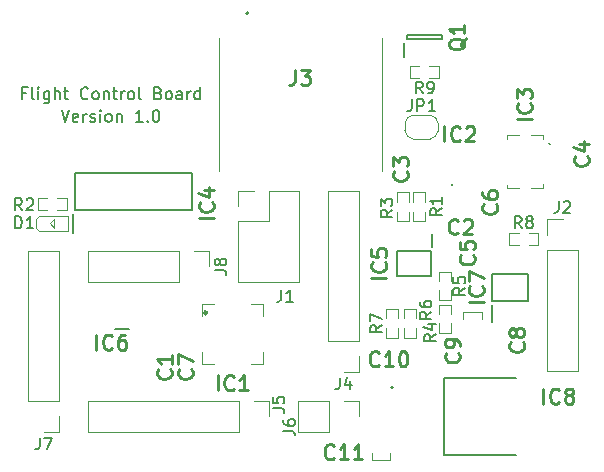
<source format=gbr>
%TF.GenerationSoftware,KiCad,Pcbnew,(5.1.12)-1*%
%TF.CreationDate,2022-08-18T02:06:39-04:00*%
%TF.ProjectId,MiniMicro,4d696e69-4d69-4637-926f-2e6b69636164,rev?*%
%TF.SameCoordinates,Original*%
%TF.FileFunction,Legend,Top*%
%TF.FilePolarity,Positive*%
%FSLAX46Y46*%
G04 Gerber Fmt 4.6, Leading zero omitted, Abs format (unit mm)*
G04 Created by KiCad (PCBNEW (5.1.12)-1) date 2022-08-18 02:06:39*
%MOMM*%
%LPD*%
G01*
G04 APERTURE LIST*
%ADD10C,0.150000*%
%ADD11C,0.100000*%
%ADD12C,0.200000*%
%ADD13C,0.120000*%
%ADD14C,0.250000*%
%ADD15C,0.254000*%
G04 APERTURE END LIST*
D10*
X202184523Y-90892380D02*
X202517857Y-91892380D01*
X202851190Y-90892380D01*
X203565476Y-91844761D02*
X203470238Y-91892380D01*
X203279761Y-91892380D01*
X203184523Y-91844761D01*
X203136904Y-91749523D01*
X203136904Y-91368571D01*
X203184523Y-91273333D01*
X203279761Y-91225714D01*
X203470238Y-91225714D01*
X203565476Y-91273333D01*
X203613095Y-91368571D01*
X203613095Y-91463809D01*
X203136904Y-91559047D01*
X204041666Y-91892380D02*
X204041666Y-91225714D01*
X204041666Y-91416190D02*
X204089285Y-91320952D01*
X204136904Y-91273333D01*
X204232142Y-91225714D01*
X204327380Y-91225714D01*
X204613095Y-91844761D02*
X204708333Y-91892380D01*
X204898809Y-91892380D01*
X204994047Y-91844761D01*
X205041666Y-91749523D01*
X205041666Y-91701904D01*
X204994047Y-91606666D01*
X204898809Y-91559047D01*
X204755952Y-91559047D01*
X204660714Y-91511428D01*
X204613095Y-91416190D01*
X204613095Y-91368571D01*
X204660714Y-91273333D01*
X204755952Y-91225714D01*
X204898809Y-91225714D01*
X204994047Y-91273333D01*
X205470238Y-91892380D02*
X205470238Y-91225714D01*
X205470238Y-90892380D02*
X205422619Y-90940000D01*
X205470238Y-90987619D01*
X205517857Y-90940000D01*
X205470238Y-90892380D01*
X205470238Y-90987619D01*
X206089285Y-91892380D02*
X205994047Y-91844761D01*
X205946428Y-91797142D01*
X205898809Y-91701904D01*
X205898809Y-91416190D01*
X205946428Y-91320952D01*
X205994047Y-91273333D01*
X206089285Y-91225714D01*
X206232142Y-91225714D01*
X206327380Y-91273333D01*
X206375000Y-91320952D01*
X206422619Y-91416190D01*
X206422619Y-91701904D01*
X206375000Y-91797142D01*
X206327380Y-91844761D01*
X206232142Y-91892380D01*
X206089285Y-91892380D01*
X206851190Y-91225714D02*
X206851190Y-91892380D01*
X206851190Y-91320952D02*
X206898809Y-91273333D01*
X206994047Y-91225714D01*
X207136904Y-91225714D01*
X207232142Y-91273333D01*
X207279761Y-91368571D01*
X207279761Y-91892380D01*
X209041666Y-91892380D02*
X208470238Y-91892380D01*
X208755952Y-91892380D02*
X208755952Y-90892380D01*
X208660714Y-91035238D01*
X208565476Y-91130476D01*
X208470238Y-91178095D01*
X209470238Y-91797142D02*
X209517857Y-91844761D01*
X209470238Y-91892380D01*
X209422619Y-91844761D01*
X209470238Y-91797142D01*
X209470238Y-91892380D01*
X210136904Y-90892380D02*
X210232142Y-90892380D01*
X210327380Y-90940000D01*
X210375000Y-90987619D01*
X210422619Y-91082857D01*
X210470238Y-91273333D01*
X210470238Y-91511428D01*
X210422619Y-91701904D01*
X210375000Y-91797142D01*
X210327380Y-91844761D01*
X210232142Y-91892380D01*
X210136904Y-91892380D01*
X210041666Y-91844761D01*
X209994047Y-91797142D01*
X209946428Y-91701904D01*
X209898809Y-91511428D01*
X209898809Y-91273333D01*
X209946428Y-91082857D01*
X209994047Y-90987619D01*
X210041666Y-90940000D01*
X210136904Y-90892380D01*
X199184523Y-89463571D02*
X198851190Y-89463571D01*
X198851190Y-89987380D02*
X198851190Y-88987380D01*
X199327380Y-88987380D01*
X199851190Y-89987380D02*
X199755952Y-89939761D01*
X199708333Y-89844523D01*
X199708333Y-88987380D01*
X200232142Y-89987380D02*
X200232142Y-89320714D01*
X200232142Y-88987380D02*
X200184523Y-89035000D01*
X200232142Y-89082619D01*
X200279761Y-89035000D01*
X200232142Y-88987380D01*
X200232142Y-89082619D01*
X201136904Y-89320714D02*
X201136904Y-90130238D01*
X201089285Y-90225476D01*
X201041666Y-90273095D01*
X200946428Y-90320714D01*
X200803571Y-90320714D01*
X200708333Y-90273095D01*
X201136904Y-89939761D02*
X201041666Y-89987380D01*
X200851190Y-89987380D01*
X200755952Y-89939761D01*
X200708333Y-89892142D01*
X200660714Y-89796904D01*
X200660714Y-89511190D01*
X200708333Y-89415952D01*
X200755952Y-89368333D01*
X200851190Y-89320714D01*
X201041666Y-89320714D01*
X201136904Y-89368333D01*
X201613095Y-89987380D02*
X201613095Y-88987380D01*
X202041666Y-89987380D02*
X202041666Y-89463571D01*
X201994047Y-89368333D01*
X201898809Y-89320714D01*
X201755952Y-89320714D01*
X201660714Y-89368333D01*
X201613095Y-89415952D01*
X202375000Y-89320714D02*
X202755952Y-89320714D01*
X202517857Y-88987380D02*
X202517857Y-89844523D01*
X202565476Y-89939761D01*
X202660714Y-89987380D01*
X202755952Y-89987380D01*
X204422619Y-89892142D02*
X204375000Y-89939761D01*
X204232142Y-89987380D01*
X204136904Y-89987380D01*
X203994047Y-89939761D01*
X203898809Y-89844523D01*
X203851190Y-89749285D01*
X203803571Y-89558809D01*
X203803571Y-89415952D01*
X203851190Y-89225476D01*
X203898809Y-89130238D01*
X203994047Y-89035000D01*
X204136904Y-88987380D01*
X204232142Y-88987380D01*
X204375000Y-89035000D01*
X204422619Y-89082619D01*
X204994047Y-89987380D02*
X204898809Y-89939761D01*
X204851190Y-89892142D01*
X204803571Y-89796904D01*
X204803571Y-89511190D01*
X204851190Y-89415952D01*
X204898809Y-89368333D01*
X204994047Y-89320714D01*
X205136904Y-89320714D01*
X205232142Y-89368333D01*
X205279761Y-89415952D01*
X205327380Y-89511190D01*
X205327380Y-89796904D01*
X205279761Y-89892142D01*
X205232142Y-89939761D01*
X205136904Y-89987380D01*
X204994047Y-89987380D01*
X205755952Y-89320714D02*
X205755952Y-89987380D01*
X205755952Y-89415952D02*
X205803571Y-89368333D01*
X205898809Y-89320714D01*
X206041666Y-89320714D01*
X206136904Y-89368333D01*
X206184523Y-89463571D01*
X206184523Y-89987380D01*
X206517857Y-89320714D02*
X206898809Y-89320714D01*
X206660714Y-88987380D02*
X206660714Y-89844523D01*
X206708333Y-89939761D01*
X206803571Y-89987380D01*
X206898809Y-89987380D01*
X207232142Y-89987380D02*
X207232142Y-89320714D01*
X207232142Y-89511190D02*
X207279761Y-89415952D01*
X207327380Y-89368333D01*
X207422619Y-89320714D01*
X207517857Y-89320714D01*
X207994047Y-89987380D02*
X207898809Y-89939761D01*
X207851190Y-89892142D01*
X207803571Y-89796904D01*
X207803571Y-89511190D01*
X207851190Y-89415952D01*
X207898809Y-89368333D01*
X207994047Y-89320714D01*
X208136904Y-89320714D01*
X208232142Y-89368333D01*
X208279761Y-89415952D01*
X208327380Y-89511190D01*
X208327380Y-89796904D01*
X208279761Y-89892142D01*
X208232142Y-89939761D01*
X208136904Y-89987380D01*
X207994047Y-89987380D01*
X208898809Y-89987380D02*
X208803571Y-89939761D01*
X208755952Y-89844523D01*
X208755952Y-88987380D01*
X210375000Y-89463571D02*
X210517857Y-89511190D01*
X210565476Y-89558809D01*
X210613095Y-89654047D01*
X210613095Y-89796904D01*
X210565476Y-89892142D01*
X210517857Y-89939761D01*
X210422619Y-89987380D01*
X210041666Y-89987380D01*
X210041666Y-88987380D01*
X210375000Y-88987380D01*
X210470238Y-89035000D01*
X210517857Y-89082619D01*
X210565476Y-89177857D01*
X210565476Y-89273095D01*
X210517857Y-89368333D01*
X210470238Y-89415952D01*
X210375000Y-89463571D01*
X210041666Y-89463571D01*
X211184523Y-89987380D02*
X211089285Y-89939761D01*
X211041666Y-89892142D01*
X210994047Y-89796904D01*
X210994047Y-89511190D01*
X211041666Y-89415952D01*
X211089285Y-89368333D01*
X211184523Y-89320714D01*
X211327380Y-89320714D01*
X211422619Y-89368333D01*
X211470238Y-89415952D01*
X211517857Y-89511190D01*
X211517857Y-89796904D01*
X211470238Y-89892142D01*
X211422619Y-89939761D01*
X211327380Y-89987380D01*
X211184523Y-89987380D01*
X212375000Y-89987380D02*
X212375000Y-89463571D01*
X212327380Y-89368333D01*
X212232142Y-89320714D01*
X212041666Y-89320714D01*
X211946428Y-89368333D01*
X212375000Y-89939761D02*
X212279761Y-89987380D01*
X212041666Y-89987380D01*
X211946428Y-89939761D01*
X211898809Y-89844523D01*
X211898809Y-89749285D01*
X211946428Y-89654047D01*
X212041666Y-89606428D01*
X212279761Y-89606428D01*
X212375000Y-89558809D01*
X212851190Y-89987380D02*
X212851190Y-89320714D01*
X212851190Y-89511190D02*
X212898809Y-89415952D01*
X212946428Y-89368333D01*
X213041666Y-89320714D01*
X213136904Y-89320714D01*
X213898809Y-89987380D02*
X213898809Y-88987380D01*
X213898809Y-89939761D02*
X213803571Y-89987380D01*
X213613095Y-89987380D01*
X213517857Y-89939761D01*
X213470238Y-89892142D01*
X213422619Y-89796904D01*
X213422619Y-89511190D01*
X213470238Y-89415952D01*
X213517857Y-89368333D01*
X213613095Y-89320714D01*
X213803571Y-89320714D01*
X213898809Y-89368333D01*
D11*
%TO.C,J3*%
X229277000Y-96077000D02*
X229277000Y-84803000D01*
X215477000Y-96077000D02*
X215477000Y-84777000D01*
D12*
X217902000Y-82802000D02*
X217902000Y-82802000D01*
X217902000Y-82602000D02*
X217902000Y-82602000D01*
X217902000Y-82802000D02*
G75*
G02*
X217902000Y-82602000I0J100000D01*
G01*
X217902000Y-82602000D02*
G75*
G02*
X217902000Y-82802000I0J-100000D01*
G01*
D13*
%TO.C,J7*%
X201990000Y-118170000D02*
X200660000Y-118170000D01*
X201990000Y-116840000D02*
X201990000Y-118170000D01*
X201990000Y-115570000D02*
X199330000Y-115570000D01*
X199330000Y-115570000D02*
X199330000Y-102810000D01*
X201990000Y-115570000D02*
X201990000Y-102810000D01*
X201990000Y-102810000D02*
X199330000Y-102810000D01*
D12*
%TO.C,IC6*%
X207925000Y-109431000D02*
X206725000Y-109431000D01*
%TO.C,IC4*%
X203330000Y-99390000D02*
X203330000Y-96190000D01*
X203330000Y-96190000D02*
X213230000Y-96190000D01*
X213230000Y-96190000D02*
X213230000Y-99390000D01*
X213230000Y-99390000D02*
X203330000Y-99390000D01*
X203160000Y-101265000D02*
X203160000Y-99740000D01*
D13*
%TO.C,J8*%
X214690000Y-102810000D02*
X214690000Y-104140000D01*
X213360000Y-102810000D02*
X214690000Y-102810000D01*
X212090000Y-102810000D02*
X212090000Y-105470000D01*
X212090000Y-105470000D02*
X204410000Y-105470000D01*
X212090000Y-102810000D02*
X204410000Y-102810000D01*
X204410000Y-102810000D02*
X204410000Y-105470000D01*
%TO.C,J6*%
X222190000Y-115510000D02*
X222190000Y-118170000D01*
X224790000Y-115510000D02*
X222190000Y-115510000D01*
X224790000Y-118170000D02*
X222190000Y-118170000D01*
X224790000Y-115510000D02*
X224790000Y-118170000D01*
X226060000Y-115510000D02*
X227390000Y-115510000D01*
X227390000Y-115510000D02*
X227390000Y-116840000D01*
%TO.C,R7*%
X229679500Y-108511500D02*
X229679500Y-107749500D01*
X229679500Y-107749500D02*
X230695500Y-107749500D01*
X230695500Y-107749500D02*
X230695500Y-108511500D01*
X230695500Y-109332000D02*
X230695500Y-110157500D01*
X230695500Y-110157500D02*
X229679500Y-110157500D01*
X229679500Y-110157500D02*
X229679500Y-109332000D01*
%TO.C,R9*%
X232463500Y-88201500D02*
X231701500Y-88201500D01*
X231701500Y-88201500D02*
X231701500Y-87185500D01*
X231701500Y-87185500D02*
X232463500Y-87185500D01*
X233284000Y-87185500D02*
X234109500Y-87185500D01*
X234109500Y-87185500D02*
X234109500Y-88201500D01*
X234109500Y-88201500D02*
X233284000Y-88201500D01*
%TO.C,R8*%
X241754500Y-101282500D02*
X242516500Y-101282500D01*
X242516500Y-101282500D02*
X242516500Y-102298500D01*
X242516500Y-102298500D02*
X241754500Y-102298500D01*
X240934000Y-102298500D02*
X240108500Y-102298500D01*
X240108500Y-102298500D02*
X240108500Y-101282500D01*
X240108500Y-101282500D02*
X240934000Y-101282500D01*
%TO.C,R6*%
X231203500Y-108511500D02*
X231203500Y-107749500D01*
X231203500Y-107749500D02*
X232219500Y-107749500D01*
X232219500Y-107749500D02*
X232219500Y-108511500D01*
X232219500Y-109332000D02*
X232219500Y-110157500D01*
X232219500Y-110157500D02*
X231203500Y-110157500D01*
X231203500Y-110157500D02*
X231203500Y-109332000D01*
%TO.C,R5*%
X234124500Y-105336500D02*
X234124500Y-104574500D01*
X234124500Y-104574500D02*
X235140500Y-104574500D01*
X235140500Y-104574500D02*
X235140500Y-105336500D01*
X235140500Y-106157000D02*
X235140500Y-106982500D01*
X235140500Y-106982500D02*
X234124500Y-106982500D01*
X234124500Y-106982500D02*
X234124500Y-106157000D01*
%TO.C,R4*%
X234124500Y-108130500D02*
X234124500Y-107368500D01*
X234124500Y-107368500D02*
X235140500Y-107368500D01*
X235140500Y-107368500D02*
X235140500Y-108130500D01*
X235140500Y-108951000D02*
X235140500Y-109776500D01*
X235140500Y-109776500D02*
X234124500Y-109776500D01*
X234124500Y-109776500D02*
X234124500Y-108951000D01*
%TO.C,R3*%
X231584500Y-99514500D02*
X231584500Y-100276500D01*
X231584500Y-100276500D02*
X230568500Y-100276500D01*
X230568500Y-100276500D02*
X230568500Y-99514500D01*
X230568500Y-98694000D02*
X230568500Y-97868500D01*
X230568500Y-97868500D02*
X231584500Y-97868500D01*
X231584500Y-97868500D02*
X231584500Y-98694000D01*
%TO.C,R2*%
X200967500Y-99377500D02*
X200205500Y-99377500D01*
X200205500Y-99377500D02*
X200205500Y-98361500D01*
X200205500Y-98361500D02*
X200967500Y-98361500D01*
X201788000Y-98361500D02*
X202613500Y-98361500D01*
X202613500Y-98361500D02*
X202613500Y-99377500D01*
X202613500Y-99377500D02*
X201788000Y-99377500D01*
%TO.C,R1*%
X232981500Y-99514500D02*
X232981500Y-100276500D01*
X232981500Y-100276500D02*
X231965500Y-100276500D01*
X231965500Y-100276500D02*
X231965500Y-99514500D01*
X231965500Y-98694000D02*
X231965500Y-97868500D01*
X231965500Y-97868500D02*
X232981500Y-97868500D01*
X232981500Y-97868500D02*
X232981500Y-98694000D01*
D12*
%TO.C,Q1*%
X231458000Y-84859000D02*
X231458000Y-84559000D01*
X231458000Y-84559000D02*
X234378000Y-84559000D01*
X234378000Y-84559000D02*
X234378000Y-84859000D01*
X234378000Y-84859000D02*
X231458000Y-84859000D01*
X231218000Y-86409000D02*
X231218000Y-85209000D01*
D13*
%TO.C,JP1*%
X233364000Y-93329000D02*
X231964000Y-93329000D01*
X231264000Y-92629000D02*
X231264000Y-92029000D01*
X231964000Y-91329000D02*
X233364000Y-91329000D01*
X234064000Y-92029000D02*
X234064000Y-92629000D01*
X234064000Y-92629000D02*
G75*
G02*
X233364000Y-93329000I-700000J0D01*
G01*
X233364000Y-91329000D02*
G75*
G02*
X234064000Y-92029000I0J-700000D01*
G01*
X231264000Y-92029000D02*
G75*
G02*
X231964000Y-91329000I700000J0D01*
G01*
X231964000Y-93329000D02*
G75*
G02*
X231264000Y-92629000I0J700000D01*
G01*
%TO.C,J5*%
X219770000Y-115510000D02*
X219770000Y-116840000D01*
X218440000Y-115510000D02*
X219770000Y-115510000D01*
X217170000Y-115510000D02*
X217170000Y-118170000D01*
X217170000Y-118170000D02*
X204410000Y-118170000D01*
X217170000Y-115510000D02*
X204410000Y-115510000D01*
X204410000Y-115510000D02*
X204410000Y-118170000D01*
%TO.C,J4*%
X227390000Y-113090000D02*
X226060000Y-113090000D01*
X227390000Y-111760000D02*
X227390000Y-113090000D01*
X227390000Y-110490000D02*
X224730000Y-110490000D01*
X224730000Y-110490000D02*
X224730000Y-97730000D01*
X227390000Y-110490000D02*
X227390000Y-97730000D01*
X227390000Y-97730000D02*
X224730000Y-97730000D01*
%TO.C,J2*%
X243272000Y-100143000D02*
X244602000Y-100143000D01*
X243272000Y-101473000D02*
X243272000Y-100143000D01*
X243272000Y-102743000D02*
X245932000Y-102743000D01*
X245932000Y-102743000D02*
X245932000Y-112963000D01*
X243272000Y-102743000D02*
X243272000Y-112963000D01*
X243272000Y-112963000D02*
X245932000Y-112963000D01*
%TO.C,J1*%
X217110000Y-97730000D02*
X218440000Y-97730000D01*
X217110000Y-99060000D02*
X217110000Y-97730000D01*
X219710000Y-97730000D02*
X222310000Y-97730000D01*
X219710000Y-100330000D02*
X219710000Y-97730000D01*
X217110000Y-100330000D02*
X219710000Y-100330000D01*
X222310000Y-97730000D02*
X222310000Y-105470000D01*
X217110000Y-100330000D02*
X217110000Y-105470000D01*
X217110000Y-105470000D02*
X222310000Y-105470000D01*
D12*
%TO.C,IC8*%
X240665000Y-113590000D02*
X234565000Y-113590000D01*
X234565000Y-113590000D02*
X234565000Y-120090000D01*
X234565000Y-120090000D02*
X240665000Y-120090000D01*
X230268000Y-114396000D02*
G75*
G03*
X230268000Y-114396000I-104000J0D01*
G01*
%TO.C,IC7*%
X238657000Y-107068000D02*
X238657000Y-104768000D01*
X238657000Y-104768000D02*
X241657000Y-104768000D01*
X241657000Y-104768000D02*
X241657000Y-107068000D01*
X241657000Y-107068000D02*
X238657000Y-107068000D01*
X238657000Y-108818000D02*
X238657000Y-107418000D01*
%TO.C,IC5*%
X233579000Y-101386000D02*
X233579000Y-102486000D01*
X230554000Y-102836000D02*
X233504000Y-102836000D01*
X230554000Y-104936000D02*
X230554000Y-102836000D01*
X233504000Y-104936000D02*
X230554000Y-104936000D01*
X233504000Y-102836000D02*
X233504000Y-104936000D01*
D11*
%TO.C,IC3*%
X243527000Y-93750000D02*
X243527000Y-93750000D01*
X243427000Y-93750000D02*
X243427000Y-93750000D01*
X242927000Y-97500000D02*
X241927000Y-97500000D01*
X242927000Y-97165000D02*
X242927000Y-97500000D01*
X242927000Y-93000000D02*
X242927000Y-93335000D01*
X241927000Y-93000000D02*
X242927000Y-93000000D01*
X239927000Y-97500000D02*
X240927000Y-97500000D01*
X239927000Y-97250000D02*
X239927000Y-97500000D01*
X240927000Y-93000000D02*
X240927000Y-93000000D01*
X239927000Y-93000000D02*
X240927000Y-93000000D01*
X239927000Y-93335000D02*
X239927000Y-93000000D01*
X243427000Y-93750000D02*
G75*
G03*
X243527000Y-93750000I50000J0D01*
G01*
X243527000Y-93750000D02*
G75*
G03*
X243427000Y-93750000I-50000J0D01*
G01*
%TO.C,IC2*%
X235208000Y-97285000D02*
X235208000Y-97285000D01*
X235208000Y-97185000D02*
X235208000Y-97185000D01*
X235208000Y-97285000D02*
G75*
G02*
X235208000Y-97185000I0J50000D01*
G01*
X235208000Y-97185000D02*
G75*
G02*
X235208000Y-97285000I0J-50000D01*
G01*
D13*
%TO.C,IC1*%
X219212000Y-112405000D02*
X219212000Y-111405000D01*
X218212000Y-112405000D02*
X219212000Y-112405000D01*
X214112000Y-112405000D02*
X215112000Y-112405000D01*
X214112000Y-111405000D02*
X214112000Y-112405000D01*
X214112000Y-107305000D02*
X214112000Y-108305000D01*
X215112000Y-107305000D02*
X214112000Y-107305000D01*
X219212000Y-107305000D02*
X219212000Y-108305000D01*
X218212000Y-107305000D02*
X219212000Y-107305000D01*
D14*
X214487000Y-108055000D02*
G75*
G03*
X214487000Y-108055000I-125000J0D01*
G01*
D13*
%TO.C,D1*%
X202694000Y-99862000D02*
X200281000Y-99862000D01*
X200281000Y-99862000D02*
X200027000Y-100116000D01*
X200027000Y-100116000D02*
X200027000Y-100878000D01*
X200027000Y-100878000D02*
X200281000Y-101132000D01*
X200281000Y-101132000D02*
X202694000Y-101132000D01*
X201551000Y-100116000D02*
X201551000Y-100878000D01*
X201551000Y-100878000D02*
X201170000Y-100497000D01*
X201170000Y-100497000D02*
X201551000Y-100116000D01*
X202694000Y-99862000D02*
X202694000Y-101132000D01*
%TO.C,C11*%
X228435000Y-120510000D02*
X228435000Y-119910000D01*
X230035000Y-120510000D02*
X228435000Y-120510000D01*
X230035000Y-119910000D02*
X230035000Y-120510000D01*
%TO.C,C9*%
X237782000Y-107963000D02*
X237782000Y-108563000D01*
X236182000Y-107963000D02*
X237782000Y-107963000D01*
X236182000Y-108563000D02*
X236182000Y-107963000D01*
%TO.C,J3*%
D15*
X221953666Y-87506523D02*
X221953666Y-88413666D01*
X221893190Y-88595095D01*
X221772238Y-88716047D01*
X221590809Y-88776523D01*
X221469857Y-88776523D01*
X222437476Y-87506523D02*
X223223666Y-87506523D01*
X222800333Y-87990333D01*
X222981761Y-87990333D01*
X223102714Y-88050809D01*
X223163190Y-88111285D01*
X223223666Y-88232238D01*
X223223666Y-88534619D01*
X223163190Y-88655571D01*
X223102714Y-88716047D01*
X222981761Y-88776523D01*
X222618904Y-88776523D01*
X222497952Y-88716047D01*
X222437476Y-88655571D01*
%TO.C,J7*%
D10*
X200326666Y-118622380D02*
X200326666Y-119336666D01*
X200279047Y-119479523D01*
X200183809Y-119574761D01*
X200040952Y-119622380D01*
X199945714Y-119622380D01*
X200707619Y-118622380D02*
X201374285Y-118622380D01*
X200945714Y-119622380D01*
%TO.C,IC6*%
D15*
X205135238Y-111191523D02*
X205135238Y-109921523D01*
X206465714Y-111070571D02*
X206405238Y-111131047D01*
X206223809Y-111191523D01*
X206102857Y-111191523D01*
X205921428Y-111131047D01*
X205800476Y-111010095D01*
X205740000Y-110889142D01*
X205679523Y-110647238D01*
X205679523Y-110465809D01*
X205740000Y-110223904D01*
X205800476Y-110102952D01*
X205921428Y-109982000D01*
X206102857Y-109921523D01*
X206223809Y-109921523D01*
X206405238Y-109982000D01*
X206465714Y-110042476D01*
X207554285Y-109921523D02*
X207312380Y-109921523D01*
X207191428Y-109982000D01*
X207130952Y-110042476D01*
X207010000Y-110223904D01*
X206949523Y-110465809D01*
X206949523Y-110949619D01*
X207010000Y-111070571D01*
X207070476Y-111131047D01*
X207191428Y-111191523D01*
X207433333Y-111191523D01*
X207554285Y-111131047D01*
X207614761Y-111070571D01*
X207675238Y-110949619D01*
X207675238Y-110647238D01*
X207614761Y-110526285D01*
X207554285Y-110465809D01*
X207433333Y-110405333D01*
X207191428Y-110405333D01*
X207070476Y-110465809D01*
X207010000Y-110526285D01*
X206949523Y-110647238D01*
%TO.C,IC4*%
X215077523Y-100045761D02*
X213807523Y-100045761D01*
X214956571Y-98715285D02*
X215017047Y-98775761D01*
X215077523Y-98957190D01*
X215077523Y-99078142D01*
X215017047Y-99259571D01*
X214896095Y-99380523D01*
X214775142Y-99441000D01*
X214533238Y-99501476D01*
X214351809Y-99501476D01*
X214109904Y-99441000D01*
X213988952Y-99380523D01*
X213868000Y-99259571D01*
X213807523Y-99078142D01*
X213807523Y-98957190D01*
X213868000Y-98775761D01*
X213928476Y-98715285D01*
X214230857Y-97626714D02*
X215077523Y-97626714D01*
X213747047Y-97929095D02*
X214654190Y-98231476D01*
X214654190Y-97445285D01*
%TO.C,J8*%
D10*
X215142380Y-104473333D02*
X215856666Y-104473333D01*
X215999523Y-104520952D01*
X216094761Y-104616190D01*
X216142380Y-104759047D01*
X216142380Y-104854285D01*
X215570952Y-103854285D02*
X215523333Y-103949523D01*
X215475714Y-103997142D01*
X215380476Y-104044761D01*
X215332857Y-104044761D01*
X215237619Y-103997142D01*
X215190000Y-103949523D01*
X215142380Y-103854285D01*
X215142380Y-103663809D01*
X215190000Y-103568571D01*
X215237619Y-103520952D01*
X215332857Y-103473333D01*
X215380476Y-103473333D01*
X215475714Y-103520952D01*
X215523333Y-103568571D01*
X215570952Y-103663809D01*
X215570952Y-103854285D01*
X215618571Y-103949523D01*
X215666190Y-103997142D01*
X215761428Y-104044761D01*
X215951904Y-104044761D01*
X216047142Y-103997142D01*
X216094761Y-103949523D01*
X216142380Y-103854285D01*
X216142380Y-103663809D01*
X216094761Y-103568571D01*
X216047142Y-103520952D01*
X215951904Y-103473333D01*
X215761428Y-103473333D01*
X215666190Y-103520952D01*
X215618571Y-103568571D01*
X215570952Y-103663809D01*
%TO.C,J6*%
X220940380Y-118062333D02*
X221654666Y-118062333D01*
X221797523Y-118109952D01*
X221892761Y-118205190D01*
X221940380Y-118348047D01*
X221940380Y-118443285D01*
X220940380Y-117157571D02*
X220940380Y-117348047D01*
X220988000Y-117443285D01*
X221035619Y-117490904D01*
X221178476Y-117586142D01*
X221368952Y-117633761D01*
X221749904Y-117633761D01*
X221845142Y-117586142D01*
X221892761Y-117538523D01*
X221940380Y-117443285D01*
X221940380Y-117252809D01*
X221892761Y-117157571D01*
X221845142Y-117109952D01*
X221749904Y-117062333D01*
X221511809Y-117062333D01*
X221416571Y-117109952D01*
X221368952Y-117157571D01*
X221321333Y-117252809D01*
X221321333Y-117443285D01*
X221368952Y-117538523D01*
X221416571Y-117586142D01*
X221511809Y-117633761D01*
%TO.C,R7*%
X229298380Y-109132666D02*
X228822190Y-109466000D01*
X229298380Y-109704095D02*
X228298380Y-109704095D01*
X228298380Y-109323142D01*
X228346000Y-109227904D01*
X228393619Y-109180285D01*
X228488857Y-109132666D01*
X228631714Y-109132666D01*
X228726952Y-109180285D01*
X228774571Y-109227904D01*
X228822190Y-109323142D01*
X228822190Y-109704095D01*
X228298380Y-108799333D02*
X228298380Y-108132666D01*
X229298380Y-108561238D01*
%TO.C,R9*%
X232751333Y-89487380D02*
X232418000Y-89011190D01*
X232179904Y-89487380D02*
X232179904Y-88487380D01*
X232560857Y-88487380D01*
X232656095Y-88535000D01*
X232703714Y-88582619D01*
X232751333Y-88677857D01*
X232751333Y-88820714D01*
X232703714Y-88915952D01*
X232656095Y-88963571D01*
X232560857Y-89011190D01*
X232179904Y-89011190D01*
X233227523Y-89487380D02*
X233418000Y-89487380D01*
X233513238Y-89439761D01*
X233560857Y-89392142D01*
X233656095Y-89249285D01*
X233703714Y-89058809D01*
X233703714Y-88677857D01*
X233656095Y-88582619D01*
X233608476Y-88535000D01*
X233513238Y-88487380D01*
X233322761Y-88487380D01*
X233227523Y-88535000D01*
X233179904Y-88582619D01*
X233132285Y-88677857D01*
X233132285Y-88915952D01*
X233179904Y-89011190D01*
X233227523Y-89058809D01*
X233322761Y-89106428D01*
X233513238Y-89106428D01*
X233608476Y-89058809D01*
X233656095Y-89011190D01*
X233703714Y-88915952D01*
%TO.C,R8*%
X241133333Y-100901380D02*
X240800000Y-100425190D01*
X240561904Y-100901380D02*
X240561904Y-99901380D01*
X240942857Y-99901380D01*
X241038095Y-99949000D01*
X241085714Y-99996619D01*
X241133333Y-100091857D01*
X241133333Y-100234714D01*
X241085714Y-100329952D01*
X241038095Y-100377571D01*
X240942857Y-100425190D01*
X240561904Y-100425190D01*
X241704761Y-100329952D02*
X241609523Y-100282333D01*
X241561904Y-100234714D01*
X241514285Y-100139476D01*
X241514285Y-100091857D01*
X241561904Y-99996619D01*
X241609523Y-99949000D01*
X241704761Y-99901380D01*
X241895238Y-99901380D01*
X241990476Y-99949000D01*
X242038095Y-99996619D01*
X242085714Y-100091857D01*
X242085714Y-100139476D01*
X242038095Y-100234714D01*
X241990476Y-100282333D01*
X241895238Y-100329952D01*
X241704761Y-100329952D01*
X241609523Y-100377571D01*
X241561904Y-100425190D01*
X241514285Y-100520428D01*
X241514285Y-100710904D01*
X241561904Y-100806142D01*
X241609523Y-100853761D01*
X241704761Y-100901380D01*
X241895238Y-100901380D01*
X241990476Y-100853761D01*
X242038095Y-100806142D01*
X242085714Y-100710904D01*
X242085714Y-100520428D01*
X242038095Y-100425190D01*
X241990476Y-100377571D01*
X241895238Y-100329952D01*
%TO.C,R6*%
X233497380Y-107989666D02*
X233021190Y-108323000D01*
X233497380Y-108561095D02*
X232497380Y-108561095D01*
X232497380Y-108180142D01*
X232545000Y-108084904D01*
X232592619Y-108037285D01*
X232687857Y-107989666D01*
X232830714Y-107989666D01*
X232925952Y-108037285D01*
X232973571Y-108084904D01*
X233021190Y-108180142D01*
X233021190Y-108561095D01*
X232497380Y-107132523D02*
X232497380Y-107323000D01*
X232545000Y-107418238D01*
X232592619Y-107465857D01*
X232735476Y-107561095D01*
X232925952Y-107608714D01*
X233306904Y-107608714D01*
X233402142Y-107561095D01*
X233449761Y-107513476D01*
X233497380Y-107418238D01*
X233497380Y-107227761D01*
X233449761Y-107132523D01*
X233402142Y-107084904D01*
X233306904Y-107037285D01*
X233068809Y-107037285D01*
X232973571Y-107084904D01*
X232925952Y-107132523D01*
X232878333Y-107227761D01*
X232878333Y-107418238D01*
X232925952Y-107513476D01*
X232973571Y-107561095D01*
X233068809Y-107608714D01*
%TO.C,R5*%
X236354880Y-105957666D02*
X235878690Y-106291000D01*
X236354880Y-106529095D02*
X235354880Y-106529095D01*
X235354880Y-106148142D01*
X235402500Y-106052904D01*
X235450119Y-106005285D01*
X235545357Y-105957666D01*
X235688214Y-105957666D01*
X235783452Y-106005285D01*
X235831071Y-106052904D01*
X235878690Y-106148142D01*
X235878690Y-106529095D01*
X235354880Y-105052904D02*
X235354880Y-105529095D01*
X235831071Y-105576714D01*
X235783452Y-105529095D01*
X235735833Y-105433857D01*
X235735833Y-105195761D01*
X235783452Y-105100523D01*
X235831071Y-105052904D01*
X235926309Y-105005285D01*
X236164404Y-105005285D01*
X236259642Y-105052904D01*
X236307261Y-105100523D01*
X236354880Y-105195761D01*
X236354880Y-105433857D01*
X236307261Y-105529095D01*
X236259642Y-105576714D01*
%TO.C,R4*%
X233878380Y-109894666D02*
X233402190Y-110228000D01*
X233878380Y-110466095D02*
X232878380Y-110466095D01*
X232878380Y-110085142D01*
X232926000Y-109989904D01*
X232973619Y-109942285D01*
X233068857Y-109894666D01*
X233211714Y-109894666D01*
X233306952Y-109942285D01*
X233354571Y-109989904D01*
X233402190Y-110085142D01*
X233402190Y-110466095D01*
X233211714Y-109037523D02*
X233878380Y-109037523D01*
X232830761Y-109275619D02*
X233545047Y-109513714D01*
X233545047Y-108894666D01*
%TO.C,R3*%
X230195380Y-99353666D02*
X229719190Y-99687000D01*
X230195380Y-99925095D02*
X229195380Y-99925095D01*
X229195380Y-99544142D01*
X229243000Y-99448904D01*
X229290619Y-99401285D01*
X229385857Y-99353666D01*
X229528714Y-99353666D01*
X229623952Y-99401285D01*
X229671571Y-99448904D01*
X229719190Y-99544142D01*
X229719190Y-99925095D01*
X229195380Y-99020333D02*
X229195380Y-98401285D01*
X229576333Y-98734619D01*
X229576333Y-98591761D01*
X229623952Y-98496523D01*
X229671571Y-98448904D01*
X229766809Y-98401285D01*
X230004904Y-98401285D01*
X230100142Y-98448904D01*
X230147761Y-98496523D01*
X230195380Y-98591761D01*
X230195380Y-98877476D01*
X230147761Y-98972714D01*
X230100142Y-99020333D01*
%TO.C,R2*%
X198842333Y-99385380D02*
X198509000Y-98909190D01*
X198270904Y-99385380D02*
X198270904Y-98385380D01*
X198651857Y-98385380D01*
X198747095Y-98433000D01*
X198794714Y-98480619D01*
X198842333Y-98575857D01*
X198842333Y-98718714D01*
X198794714Y-98813952D01*
X198747095Y-98861571D01*
X198651857Y-98909190D01*
X198270904Y-98909190D01*
X199223285Y-98480619D02*
X199270904Y-98433000D01*
X199366142Y-98385380D01*
X199604238Y-98385380D01*
X199699476Y-98433000D01*
X199747095Y-98480619D01*
X199794714Y-98575857D01*
X199794714Y-98671095D01*
X199747095Y-98813952D01*
X199175666Y-99385380D01*
X199794714Y-99385380D01*
%TO.C,R1*%
X234386380Y-99226666D02*
X233910190Y-99560000D01*
X234386380Y-99798095D02*
X233386380Y-99798095D01*
X233386380Y-99417142D01*
X233434000Y-99321904D01*
X233481619Y-99274285D01*
X233576857Y-99226666D01*
X233719714Y-99226666D01*
X233814952Y-99274285D01*
X233862571Y-99321904D01*
X233910190Y-99417142D01*
X233910190Y-99798095D01*
X234386380Y-98274285D02*
X234386380Y-98845714D01*
X234386380Y-98560000D02*
X233386380Y-98560000D01*
X233529238Y-98655238D01*
X233624476Y-98750476D01*
X233672095Y-98845714D01*
%TO.C,Q1*%
D15*
X236407476Y-84829952D02*
X236347000Y-84950904D01*
X236226047Y-85071857D01*
X236044619Y-85253285D01*
X235984142Y-85374238D01*
X235984142Y-85495190D01*
X236286523Y-85434714D02*
X236226047Y-85555666D01*
X236105095Y-85676619D01*
X235863190Y-85737095D01*
X235439857Y-85737095D01*
X235197952Y-85676619D01*
X235077000Y-85555666D01*
X235016523Y-85434714D01*
X235016523Y-85192809D01*
X235077000Y-85071857D01*
X235197952Y-84950904D01*
X235439857Y-84890428D01*
X235863190Y-84890428D01*
X236105095Y-84950904D01*
X236226047Y-85071857D01*
X236286523Y-85192809D01*
X236286523Y-85434714D01*
X236286523Y-83680904D02*
X236286523Y-84406619D01*
X236286523Y-84043761D02*
X235016523Y-84043761D01*
X235197952Y-84164714D01*
X235318904Y-84285666D01*
X235379380Y-84406619D01*
%TO.C,JP1*%
D10*
X231830666Y-90003380D02*
X231830666Y-90717666D01*
X231783047Y-90860523D01*
X231687809Y-90955761D01*
X231544952Y-91003380D01*
X231449714Y-91003380D01*
X232306857Y-91003380D02*
X232306857Y-90003380D01*
X232687809Y-90003380D01*
X232783047Y-90051000D01*
X232830666Y-90098619D01*
X232878285Y-90193857D01*
X232878285Y-90336714D01*
X232830666Y-90431952D01*
X232783047Y-90479571D01*
X232687809Y-90527190D01*
X232306857Y-90527190D01*
X233830666Y-91003380D02*
X233259238Y-91003380D01*
X233544952Y-91003380D02*
X233544952Y-90003380D01*
X233449714Y-90146238D01*
X233354476Y-90241476D01*
X233259238Y-90289095D01*
%TO.C,J5*%
X220051380Y-116157333D02*
X220765666Y-116157333D01*
X220908523Y-116204952D01*
X221003761Y-116300190D01*
X221051380Y-116443047D01*
X221051380Y-116538285D01*
X220051380Y-115204952D02*
X220051380Y-115681142D01*
X220527571Y-115728761D01*
X220479952Y-115681142D01*
X220432333Y-115585904D01*
X220432333Y-115347809D01*
X220479952Y-115252571D01*
X220527571Y-115204952D01*
X220622809Y-115157333D01*
X220860904Y-115157333D01*
X220956142Y-115204952D01*
X221003761Y-115252571D01*
X221051380Y-115347809D01*
X221051380Y-115585904D01*
X221003761Y-115681142D01*
X220956142Y-115728761D01*
%TO.C,J4*%
X225726666Y-113542380D02*
X225726666Y-114256666D01*
X225679047Y-114399523D01*
X225583809Y-114494761D01*
X225440952Y-114542380D01*
X225345714Y-114542380D01*
X226631428Y-113875714D02*
X226631428Y-114542380D01*
X226393333Y-113494761D02*
X226155238Y-114209047D01*
X226774285Y-114209047D01*
%TO.C,J2*%
X244268666Y-98595380D02*
X244268666Y-99309666D01*
X244221047Y-99452523D01*
X244125809Y-99547761D01*
X243982952Y-99595380D01*
X243887714Y-99595380D01*
X244697238Y-98690619D02*
X244744857Y-98643000D01*
X244840095Y-98595380D01*
X245078190Y-98595380D01*
X245173428Y-98643000D01*
X245221047Y-98690619D01*
X245268666Y-98785857D01*
X245268666Y-98881095D01*
X245221047Y-99023952D01*
X244649619Y-99595380D01*
X245268666Y-99595380D01*
%TO.C,J1*%
X220773666Y-106132380D02*
X220773666Y-106846666D01*
X220726047Y-106989523D01*
X220630809Y-107084761D01*
X220487952Y-107132380D01*
X220392714Y-107132380D01*
X221773666Y-107132380D02*
X221202238Y-107132380D01*
X221487952Y-107132380D02*
X221487952Y-106132380D01*
X221392714Y-106275238D01*
X221297476Y-106370476D01*
X221202238Y-106418095D01*
%TO.C,IC8*%
D15*
X242981238Y-115763523D02*
X242981238Y-114493523D01*
X244311714Y-115642571D02*
X244251238Y-115703047D01*
X244069809Y-115763523D01*
X243948857Y-115763523D01*
X243767428Y-115703047D01*
X243646476Y-115582095D01*
X243586000Y-115461142D01*
X243525523Y-115219238D01*
X243525523Y-115037809D01*
X243586000Y-114795904D01*
X243646476Y-114674952D01*
X243767428Y-114554000D01*
X243948857Y-114493523D01*
X244069809Y-114493523D01*
X244251238Y-114554000D01*
X244311714Y-114614476D01*
X245037428Y-115037809D02*
X244916476Y-114977333D01*
X244856000Y-114916857D01*
X244795523Y-114795904D01*
X244795523Y-114735428D01*
X244856000Y-114614476D01*
X244916476Y-114554000D01*
X245037428Y-114493523D01*
X245279333Y-114493523D01*
X245400285Y-114554000D01*
X245460761Y-114614476D01*
X245521238Y-114735428D01*
X245521238Y-114795904D01*
X245460761Y-114916857D01*
X245400285Y-114977333D01*
X245279333Y-115037809D01*
X245037428Y-115037809D01*
X244916476Y-115098285D01*
X244856000Y-115158761D01*
X244795523Y-115279714D01*
X244795523Y-115521619D01*
X244856000Y-115642571D01*
X244916476Y-115703047D01*
X245037428Y-115763523D01*
X245279333Y-115763523D01*
X245400285Y-115703047D01*
X245460761Y-115642571D01*
X245521238Y-115521619D01*
X245521238Y-115279714D01*
X245460761Y-115158761D01*
X245400285Y-115098285D01*
X245279333Y-115037809D01*
%TO.C,IC7*%
X237931523Y-107157761D02*
X236661523Y-107157761D01*
X237810571Y-105827285D02*
X237871047Y-105887761D01*
X237931523Y-106069190D01*
X237931523Y-106190142D01*
X237871047Y-106371571D01*
X237750095Y-106492523D01*
X237629142Y-106553000D01*
X237387238Y-106613476D01*
X237205809Y-106613476D01*
X236963904Y-106553000D01*
X236842952Y-106492523D01*
X236722000Y-106371571D01*
X236661523Y-106190142D01*
X236661523Y-106069190D01*
X236722000Y-105887761D01*
X236782476Y-105827285D01*
X236661523Y-105403952D02*
X236661523Y-104557285D01*
X237931523Y-105101571D01*
%TO.C,IC5*%
X229682523Y-105125761D02*
X228412523Y-105125761D01*
X229561571Y-103795285D02*
X229622047Y-103855761D01*
X229682523Y-104037190D01*
X229682523Y-104158142D01*
X229622047Y-104339571D01*
X229501095Y-104460523D01*
X229380142Y-104521000D01*
X229138238Y-104581476D01*
X228956809Y-104581476D01*
X228714904Y-104521000D01*
X228593952Y-104460523D01*
X228473000Y-104339571D01*
X228412523Y-104158142D01*
X228412523Y-104037190D01*
X228473000Y-103855761D01*
X228533476Y-103795285D01*
X228412523Y-102646238D02*
X228412523Y-103251000D01*
X229017285Y-103311476D01*
X228956809Y-103251000D01*
X228896333Y-103130047D01*
X228896333Y-102827666D01*
X228956809Y-102706714D01*
X229017285Y-102646238D01*
X229138238Y-102585761D01*
X229440619Y-102585761D01*
X229561571Y-102646238D01*
X229622047Y-102706714D01*
X229682523Y-102827666D01*
X229682523Y-103130047D01*
X229622047Y-103251000D01*
X229561571Y-103311476D01*
%TO.C,IC3*%
X242001523Y-91663761D02*
X240731523Y-91663761D01*
X241880571Y-90333285D02*
X241941047Y-90393761D01*
X242001523Y-90575190D01*
X242001523Y-90696142D01*
X241941047Y-90877571D01*
X241820095Y-90998523D01*
X241699142Y-91059000D01*
X241457238Y-91119476D01*
X241275809Y-91119476D01*
X241033904Y-91059000D01*
X240912952Y-90998523D01*
X240792000Y-90877571D01*
X240731523Y-90696142D01*
X240731523Y-90575190D01*
X240792000Y-90393761D01*
X240852476Y-90333285D01*
X240731523Y-89909952D02*
X240731523Y-89123761D01*
X241215333Y-89547095D01*
X241215333Y-89365666D01*
X241275809Y-89244714D01*
X241336285Y-89184238D01*
X241457238Y-89123761D01*
X241759619Y-89123761D01*
X241880571Y-89184238D01*
X241941047Y-89244714D01*
X242001523Y-89365666D01*
X242001523Y-89728523D01*
X241941047Y-89849476D01*
X241880571Y-89909952D01*
%TO.C,IC2*%
X234599238Y-93538523D02*
X234599238Y-92268523D01*
X235929714Y-93417571D02*
X235869238Y-93478047D01*
X235687809Y-93538523D01*
X235566857Y-93538523D01*
X235385428Y-93478047D01*
X235264476Y-93357095D01*
X235204000Y-93236142D01*
X235143523Y-92994238D01*
X235143523Y-92812809D01*
X235204000Y-92570904D01*
X235264476Y-92449952D01*
X235385428Y-92329000D01*
X235566857Y-92268523D01*
X235687809Y-92268523D01*
X235869238Y-92329000D01*
X235929714Y-92389476D01*
X236413523Y-92389476D02*
X236474000Y-92329000D01*
X236594952Y-92268523D01*
X236897333Y-92268523D01*
X237018285Y-92329000D01*
X237078761Y-92389476D01*
X237139238Y-92510428D01*
X237139238Y-92631380D01*
X237078761Y-92812809D01*
X236353047Y-93538523D01*
X237139238Y-93538523D01*
%TO.C,IC1*%
X215422238Y-114620523D02*
X215422238Y-113350523D01*
X216752714Y-114499571D02*
X216692238Y-114560047D01*
X216510809Y-114620523D01*
X216389857Y-114620523D01*
X216208428Y-114560047D01*
X216087476Y-114439095D01*
X216027000Y-114318142D01*
X215966523Y-114076238D01*
X215966523Y-113894809D01*
X216027000Y-113652904D01*
X216087476Y-113531952D01*
X216208428Y-113411000D01*
X216389857Y-113350523D01*
X216510809Y-113350523D01*
X216692238Y-113411000D01*
X216752714Y-113471476D01*
X217962238Y-114620523D02*
X217236523Y-114620523D01*
X217599380Y-114620523D02*
X217599380Y-113350523D01*
X217478428Y-113531952D01*
X217357476Y-113652904D01*
X217236523Y-113713380D01*
%TO.C,D1*%
D10*
X198270904Y-100909380D02*
X198270904Y-99909380D01*
X198509000Y-99909380D01*
X198651857Y-99957000D01*
X198747095Y-100052238D01*
X198794714Y-100147476D01*
X198842333Y-100337952D01*
X198842333Y-100480809D01*
X198794714Y-100671285D01*
X198747095Y-100766523D01*
X198651857Y-100861761D01*
X198509000Y-100909380D01*
X198270904Y-100909380D01*
X199794714Y-100909380D02*
X199223285Y-100909380D01*
X199509000Y-100909380D02*
X199509000Y-99909380D01*
X199413761Y-100052238D01*
X199318523Y-100147476D01*
X199223285Y-100195095D01*
%TO.C,C11*%
D15*
X225243571Y-120341571D02*
X225183095Y-120402047D01*
X225001666Y-120462523D01*
X224880714Y-120462523D01*
X224699285Y-120402047D01*
X224578333Y-120281095D01*
X224517857Y-120160142D01*
X224457380Y-119918238D01*
X224457380Y-119736809D01*
X224517857Y-119494904D01*
X224578333Y-119373952D01*
X224699285Y-119253000D01*
X224880714Y-119192523D01*
X225001666Y-119192523D01*
X225183095Y-119253000D01*
X225243571Y-119313476D01*
X226453095Y-120462523D02*
X225727380Y-120462523D01*
X226090238Y-120462523D02*
X226090238Y-119192523D01*
X225969285Y-119373952D01*
X225848333Y-119494904D01*
X225727380Y-119555380D01*
X227662619Y-120462523D02*
X226936904Y-120462523D01*
X227299761Y-120462523D02*
X227299761Y-119192523D01*
X227178809Y-119373952D01*
X227057857Y-119494904D01*
X226936904Y-119555380D01*
%TO.C,C10*%
X229053571Y-112467571D02*
X228993095Y-112528047D01*
X228811666Y-112588523D01*
X228690714Y-112588523D01*
X228509285Y-112528047D01*
X228388333Y-112407095D01*
X228327857Y-112286142D01*
X228267380Y-112044238D01*
X228267380Y-111862809D01*
X228327857Y-111620904D01*
X228388333Y-111499952D01*
X228509285Y-111379000D01*
X228690714Y-111318523D01*
X228811666Y-111318523D01*
X228993095Y-111379000D01*
X229053571Y-111439476D01*
X230263095Y-112588523D02*
X229537380Y-112588523D01*
X229900238Y-112588523D02*
X229900238Y-111318523D01*
X229779285Y-111499952D01*
X229658333Y-111620904D01*
X229537380Y-111681380D01*
X231049285Y-111318523D02*
X231170238Y-111318523D01*
X231291190Y-111379000D01*
X231351666Y-111439476D01*
X231412142Y-111560428D01*
X231472619Y-111802333D01*
X231472619Y-112104714D01*
X231412142Y-112346619D01*
X231351666Y-112467571D01*
X231291190Y-112528047D01*
X231170238Y-112588523D01*
X231049285Y-112588523D01*
X230928333Y-112528047D01*
X230867857Y-112467571D01*
X230807380Y-112346619D01*
X230746904Y-112104714D01*
X230746904Y-111802333D01*
X230807380Y-111560428D01*
X230867857Y-111439476D01*
X230928333Y-111379000D01*
X231049285Y-111318523D01*
%TO.C,C9*%
X235784571Y-111463666D02*
X235845047Y-111524142D01*
X235905523Y-111705571D01*
X235905523Y-111826523D01*
X235845047Y-112007952D01*
X235724095Y-112128904D01*
X235603142Y-112189380D01*
X235361238Y-112249857D01*
X235179809Y-112249857D01*
X234937904Y-112189380D01*
X234816952Y-112128904D01*
X234696000Y-112007952D01*
X234635523Y-111826523D01*
X234635523Y-111705571D01*
X234696000Y-111524142D01*
X234756476Y-111463666D01*
X235905523Y-110858904D02*
X235905523Y-110617000D01*
X235845047Y-110496047D01*
X235784571Y-110435571D01*
X235603142Y-110314619D01*
X235361238Y-110254142D01*
X234877428Y-110254142D01*
X234756476Y-110314619D01*
X234696000Y-110375095D01*
X234635523Y-110496047D01*
X234635523Y-110737952D01*
X234696000Y-110858904D01*
X234756476Y-110919380D01*
X234877428Y-110979857D01*
X235179809Y-110979857D01*
X235300761Y-110919380D01*
X235361238Y-110858904D01*
X235421714Y-110737952D01*
X235421714Y-110496047D01*
X235361238Y-110375095D01*
X235300761Y-110314619D01*
X235179809Y-110254142D01*
%TO.C,C8*%
X241245571Y-110574666D02*
X241306047Y-110635142D01*
X241366523Y-110816571D01*
X241366523Y-110937523D01*
X241306047Y-111118952D01*
X241185095Y-111239904D01*
X241064142Y-111300380D01*
X240822238Y-111360857D01*
X240640809Y-111360857D01*
X240398904Y-111300380D01*
X240277952Y-111239904D01*
X240157000Y-111118952D01*
X240096523Y-110937523D01*
X240096523Y-110816571D01*
X240157000Y-110635142D01*
X240217476Y-110574666D01*
X240640809Y-109848952D02*
X240580333Y-109969904D01*
X240519857Y-110030380D01*
X240398904Y-110090857D01*
X240338428Y-110090857D01*
X240217476Y-110030380D01*
X240157000Y-109969904D01*
X240096523Y-109848952D01*
X240096523Y-109607047D01*
X240157000Y-109486095D01*
X240217476Y-109425619D01*
X240338428Y-109365142D01*
X240398904Y-109365142D01*
X240519857Y-109425619D01*
X240580333Y-109486095D01*
X240640809Y-109607047D01*
X240640809Y-109848952D01*
X240701285Y-109969904D01*
X240761761Y-110030380D01*
X240882714Y-110090857D01*
X241124619Y-110090857D01*
X241245571Y-110030380D01*
X241306047Y-109969904D01*
X241366523Y-109848952D01*
X241366523Y-109607047D01*
X241306047Y-109486095D01*
X241245571Y-109425619D01*
X241124619Y-109365142D01*
X240882714Y-109365142D01*
X240761761Y-109425619D01*
X240701285Y-109486095D01*
X240640809Y-109607047D01*
%TO.C,C7*%
X213178571Y-112860666D02*
X213239047Y-112921142D01*
X213299523Y-113102571D01*
X213299523Y-113223523D01*
X213239047Y-113404952D01*
X213118095Y-113525904D01*
X212997142Y-113586380D01*
X212755238Y-113646857D01*
X212573809Y-113646857D01*
X212331904Y-113586380D01*
X212210952Y-113525904D01*
X212090000Y-113404952D01*
X212029523Y-113223523D01*
X212029523Y-113102571D01*
X212090000Y-112921142D01*
X212150476Y-112860666D01*
X212029523Y-112437333D02*
X212029523Y-111590666D01*
X213299523Y-112134952D01*
%TO.C,C6*%
X238959571Y-98890666D02*
X239020047Y-98951142D01*
X239080523Y-99132571D01*
X239080523Y-99253523D01*
X239020047Y-99434952D01*
X238899095Y-99555904D01*
X238778142Y-99616380D01*
X238536238Y-99676857D01*
X238354809Y-99676857D01*
X238112904Y-99616380D01*
X237991952Y-99555904D01*
X237871000Y-99434952D01*
X237810523Y-99253523D01*
X237810523Y-99132571D01*
X237871000Y-98951142D01*
X237931476Y-98890666D01*
X237810523Y-97802095D02*
X237810523Y-98044000D01*
X237871000Y-98164952D01*
X237931476Y-98225428D01*
X238112904Y-98346380D01*
X238354809Y-98406857D01*
X238838619Y-98406857D01*
X238959571Y-98346380D01*
X239020047Y-98285904D01*
X239080523Y-98164952D01*
X239080523Y-97923047D01*
X239020047Y-97802095D01*
X238959571Y-97741619D01*
X238838619Y-97681142D01*
X238536238Y-97681142D01*
X238415285Y-97741619D01*
X238354809Y-97802095D01*
X238294333Y-97923047D01*
X238294333Y-98164952D01*
X238354809Y-98285904D01*
X238415285Y-98346380D01*
X238536238Y-98406857D01*
%TO.C,C5*%
X237049571Y-103183666D02*
X237110047Y-103244142D01*
X237170523Y-103425571D01*
X237170523Y-103546523D01*
X237110047Y-103727952D01*
X236989095Y-103848904D01*
X236868142Y-103909380D01*
X236626238Y-103969857D01*
X236444809Y-103969857D01*
X236202904Y-103909380D01*
X236081952Y-103848904D01*
X235961000Y-103727952D01*
X235900523Y-103546523D01*
X235900523Y-103425571D01*
X235961000Y-103244142D01*
X236021476Y-103183666D01*
X235900523Y-102034619D02*
X235900523Y-102639380D01*
X236505285Y-102699857D01*
X236444809Y-102639380D01*
X236384333Y-102518428D01*
X236384333Y-102216047D01*
X236444809Y-102095095D01*
X236505285Y-102034619D01*
X236626238Y-101974142D01*
X236928619Y-101974142D01*
X237049571Y-102034619D01*
X237110047Y-102095095D01*
X237170523Y-102216047D01*
X237170523Y-102518428D01*
X237110047Y-102639380D01*
X237049571Y-102699857D01*
%TO.C,C4*%
X246706571Y-94826666D02*
X246767047Y-94887142D01*
X246827523Y-95068571D01*
X246827523Y-95189523D01*
X246767047Y-95370952D01*
X246646095Y-95491904D01*
X246525142Y-95552380D01*
X246283238Y-95612857D01*
X246101809Y-95612857D01*
X245859904Y-95552380D01*
X245738952Y-95491904D01*
X245618000Y-95370952D01*
X245557523Y-95189523D01*
X245557523Y-95068571D01*
X245618000Y-94887142D01*
X245678476Y-94826666D01*
X245980857Y-93738095D02*
X246827523Y-93738095D01*
X245497047Y-94040476D02*
X246404190Y-94342857D01*
X246404190Y-93556666D01*
%TO.C,C3*%
X231403071Y-96096666D02*
X231463547Y-96157142D01*
X231524023Y-96338571D01*
X231524023Y-96459523D01*
X231463547Y-96640952D01*
X231342595Y-96761904D01*
X231221642Y-96822380D01*
X230979738Y-96882857D01*
X230798309Y-96882857D01*
X230556404Y-96822380D01*
X230435452Y-96761904D01*
X230314500Y-96640952D01*
X230254023Y-96459523D01*
X230254023Y-96338571D01*
X230314500Y-96157142D01*
X230374976Y-96096666D01*
X230254023Y-95673333D02*
X230254023Y-94887142D01*
X230737833Y-95310476D01*
X230737833Y-95129047D01*
X230798309Y-95008095D01*
X230858785Y-94947619D01*
X230979738Y-94887142D01*
X231282119Y-94887142D01*
X231403071Y-94947619D01*
X231463547Y-95008095D01*
X231524023Y-95129047D01*
X231524023Y-95491904D01*
X231463547Y-95612857D01*
X231403071Y-95673333D01*
%TO.C,C2*%
X235754333Y-101286571D02*
X235693857Y-101347047D01*
X235512428Y-101407523D01*
X235391476Y-101407523D01*
X235210047Y-101347047D01*
X235089095Y-101226095D01*
X235028619Y-101105142D01*
X234968142Y-100863238D01*
X234968142Y-100681809D01*
X235028619Y-100439904D01*
X235089095Y-100318952D01*
X235210047Y-100198000D01*
X235391476Y-100137523D01*
X235512428Y-100137523D01*
X235693857Y-100198000D01*
X235754333Y-100258476D01*
X236238142Y-100258476D02*
X236298619Y-100198000D01*
X236419571Y-100137523D01*
X236721952Y-100137523D01*
X236842904Y-100198000D01*
X236903380Y-100258476D01*
X236963857Y-100379428D01*
X236963857Y-100500380D01*
X236903380Y-100681809D01*
X236177666Y-101407523D01*
X236963857Y-101407523D01*
%TO.C,C1*%
X211400571Y-112860666D02*
X211461047Y-112921142D01*
X211521523Y-113102571D01*
X211521523Y-113223523D01*
X211461047Y-113404952D01*
X211340095Y-113525904D01*
X211219142Y-113586380D01*
X210977238Y-113646857D01*
X210795809Y-113646857D01*
X210553904Y-113586380D01*
X210432952Y-113525904D01*
X210312000Y-113404952D01*
X210251523Y-113223523D01*
X210251523Y-113102571D01*
X210312000Y-112921142D01*
X210372476Y-112860666D01*
X211521523Y-111651142D02*
X211521523Y-112376857D01*
X211521523Y-112014000D02*
X210251523Y-112014000D01*
X210432952Y-112134952D01*
X210553904Y-112255904D01*
X210614380Y-112376857D01*
%TD*%
M02*

</source>
